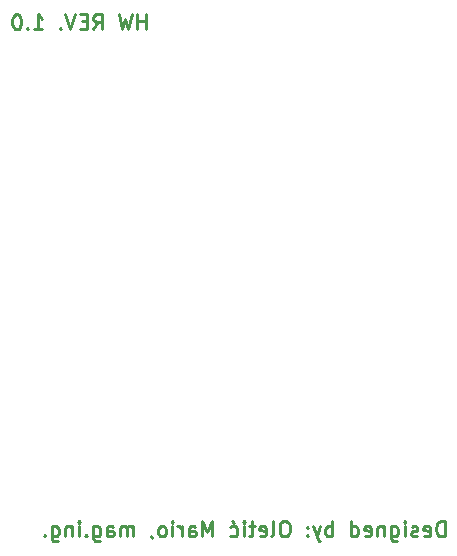
<source format=gbr>
G04 #@! TF.GenerationSoftware,KiCad,Pcbnew,(5.1.2)-2*
G04 #@! TF.CreationDate,2019-10-10T12:38:20+02:00*
G04 #@! TF.ProjectId,PIC18F87K22 MCU Card,50494331-3846-4383-974b-3232204d4355,rev?*
G04 #@! TF.SameCoordinates,Original*
G04 #@! TF.FileFunction,Legend,Bot*
G04 #@! TF.FilePolarity,Positive*
%FSLAX46Y46*%
G04 Gerber Fmt 4.6, Leading zero omitted, Abs format (unit mm)*
G04 Created by KiCad (PCBNEW (5.1.2)-2) date 2019-10-10 12:38:20*
%MOMM*%
%LPD*%
G04 APERTURE LIST*
%ADD10C,0.254000*%
G04 APERTURE END LIST*
D10*
X223181333Y-87188523D02*
X223181333Y-85918523D01*
X222878952Y-85918523D01*
X222697523Y-85979000D01*
X222576571Y-86099952D01*
X222516095Y-86220904D01*
X222455619Y-86462809D01*
X222455619Y-86644238D01*
X222516095Y-86886142D01*
X222576571Y-87007095D01*
X222697523Y-87128047D01*
X222878952Y-87188523D01*
X223181333Y-87188523D01*
X221427523Y-87128047D02*
X221548476Y-87188523D01*
X221790380Y-87188523D01*
X221911333Y-87128047D01*
X221971809Y-87007095D01*
X221971809Y-86523285D01*
X221911333Y-86402333D01*
X221790380Y-86341857D01*
X221548476Y-86341857D01*
X221427523Y-86402333D01*
X221367047Y-86523285D01*
X221367047Y-86644238D01*
X221971809Y-86765190D01*
X220883238Y-87128047D02*
X220762285Y-87188523D01*
X220520380Y-87188523D01*
X220399428Y-87128047D01*
X220338952Y-87007095D01*
X220338952Y-86946619D01*
X220399428Y-86825666D01*
X220520380Y-86765190D01*
X220701809Y-86765190D01*
X220822761Y-86704714D01*
X220883238Y-86583761D01*
X220883238Y-86523285D01*
X220822761Y-86402333D01*
X220701809Y-86341857D01*
X220520380Y-86341857D01*
X220399428Y-86402333D01*
X219794666Y-87188523D02*
X219794666Y-86341857D01*
X219794666Y-85918523D02*
X219855142Y-85979000D01*
X219794666Y-86039476D01*
X219734190Y-85979000D01*
X219794666Y-85918523D01*
X219794666Y-86039476D01*
X218645619Y-86341857D02*
X218645619Y-87369952D01*
X218706095Y-87490904D01*
X218766571Y-87551380D01*
X218887523Y-87611857D01*
X219068952Y-87611857D01*
X219189904Y-87551380D01*
X218645619Y-87128047D02*
X218766571Y-87188523D01*
X219008476Y-87188523D01*
X219129428Y-87128047D01*
X219189904Y-87067571D01*
X219250380Y-86946619D01*
X219250380Y-86583761D01*
X219189904Y-86462809D01*
X219129428Y-86402333D01*
X219008476Y-86341857D01*
X218766571Y-86341857D01*
X218645619Y-86402333D01*
X218040857Y-86341857D02*
X218040857Y-87188523D01*
X218040857Y-86462809D02*
X217980380Y-86402333D01*
X217859428Y-86341857D01*
X217678000Y-86341857D01*
X217557047Y-86402333D01*
X217496571Y-86523285D01*
X217496571Y-87188523D01*
X216408000Y-87128047D02*
X216528952Y-87188523D01*
X216770857Y-87188523D01*
X216891809Y-87128047D01*
X216952285Y-87007095D01*
X216952285Y-86523285D01*
X216891809Y-86402333D01*
X216770857Y-86341857D01*
X216528952Y-86341857D01*
X216408000Y-86402333D01*
X216347523Y-86523285D01*
X216347523Y-86644238D01*
X216952285Y-86765190D01*
X215258952Y-87188523D02*
X215258952Y-85918523D01*
X215258952Y-87128047D02*
X215379904Y-87188523D01*
X215621809Y-87188523D01*
X215742761Y-87128047D01*
X215803238Y-87067571D01*
X215863714Y-86946619D01*
X215863714Y-86583761D01*
X215803238Y-86462809D01*
X215742761Y-86402333D01*
X215621809Y-86341857D01*
X215379904Y-86341857D01*
X215258952Y-86402333D01*
X213686571Y-87188523D02*
X213686571Y-85918523D01*
X213686571Y-86402333D02*
X213565619Y-86341857D01*
X213323714Y-86341857D01*
X213202761Y-86402333D01*
X213142285Y-86462809D01*
X213081809Y-86583761D01*
X213081809Y-86946619D01*
X213142285Y-87067571D01*
X213202761Y-87128047D01*
X213323714Y-87188523D01*
X213565619Y-87188523D01*
X213686571Y-87128047D01*
X212658476Y-86341857D02*
X212356095Y-87188523D01*
X212053714Y-86341857D02*
X212356095Y-87188523D01*
X212477047Y-87490904D01*
X212537523Y-87551380D01*
X212658476Y-87611857D01*
X211569904Y-87067571D02*
X211509428Y-87128047D01*
X211569904Y-87188523D01*
X211630380Y-87128047D01*
X211569904Y-87067571D01*
X211569904Y-87188523D01*
X211569904Y-86402333D02*
X211509428Y-86462809D01*
X211569904Y-86523285D01*
X211630380Y-86462809D01*
X211569904Y-86402333D01*
X211569904Y-86523285D01*
X209755619Y-85918523D02*
X209513714Y-85918523D01*
X209392761Y-85979000D01*
X209271809Y-86099952D01*
X209211333Y-86341857D01*
X209211333Y-86765190D01*
X209271809Y-87007095D01*
X209392761Y-87128047D01*
X209513714Y-87188523D01*
X209755619Y-87188523D01*
X209876571Y-87128047D01*
X209997523Y-87007095D01*
X210058000Y-86765190D01*
X210058000Y-86341857D01*
X209997523Y-86099952D01*
X209876571Y-85979000D01*
X209755619Y-85918523D01*
X208485619Y-87188523D02*
X208606571Y-87128047D01*
X208667047Y-87007095D01*
X208667047Y-85918523D01*
X207518000Y-87128047D02*
X207638952Y-87188523D01*
X207880857Y-87188523D01*
X208001809Y-87128047D01*
X208062285Y-87007095D01*
X208062285Y-86523285D01*
X208001809Y-86402333D01*
X207880857Y-86341857D01*
X207638952Y-86341857D01*
X207518000Y-86402333D01*
X207457523Y-86523285D01*
X207457523Y-86644238D01*
X208062285Y-86765190D01*
X207094666Y-86341857D02*
X206610857Y-86341857D01*
X206913238Y-85918523D02*
X206913238Y-87007095D01*
X206852761Y-87128047D01*
X206731809Y-87188523D01*
X206610857Y-87188523D01*
X206187523Y-87188523D02*
X206187523Y-86341857D01*
X206187523Y-85918523D02*
X206248000Y-85979000D01*
X206187523Y-86039476D01*
X206127047Y-85979000D01*
X206187523Y-85918523D01*
X206187523Y-86039476D01*
X205038476Y-87128047D02*
X205159428Y-87188523D01*
X205401333Y-87188523D01*
X205522285Y-87128047D01*
X205582761Y-87067571D01*
X205643238Y-86946619D01*
X205643238Y-86583761D01*
X205582761Y-86462809D01*
X205522285Y-86402333D01*
X205401333Y-86341857D01*
X205159428Y-86341857D01*
X205038476Y-86402333D01*
X205159428Y-85858047D02*
X205340857Y-86039476D01*
X203526571Y-87188523D02*
X203526571Y-85918523D01*
X203103238Y-86825666D01*
X202679904Y-85918523D01*
X202679904Y-87188523D01*
X201530857Y-87188523D02*
X201530857Y-86523285D01*
X201591333Y-86402333D01*
X201712285Y-86341857D01*
X201954190Y-86341857D01*
X202075142Y-86402333D01*
X201530857Y-87128047D02*
X201651809Y-87188523D01*
X201954190Y-87188523D01*
X202075142Y-87128047D01*
X202135619Y-87007095D01*
X202135619Y-86886142D01*
X202075142Y-86765190D01*
X201954190Y-86704714D01*
X201651809Y-86704714D01*
X201530857Y-86644238D01*
X200926095Y-87188523D02*
X200926095Y-86341857D01*
X200926095Y-86583761D02*
X200865619Y-86462809D01*
X200805142Y-86402333D01*
X200684190Y-86341857D01*
X200563238Y-86341857D01*
X200139904Y-87188523D02*
X200139904Y-86341857D01*
X200139904Y-85918523D02*
X200200380Y-85979000D01*
X200139904Y-86039476D01*
X200079428Y-85979000D01*
X200139904Y-85918523D01*
X200139904Y-86039476D01*
X199353714Y-87188523D02*
X199474666Y-87128047D01*
X199535142Y-87067571D01*
X199595619Y-86946619D01*
X199595619Y-86583761D01*
X199535142Y-86462809D01*
X199474666Y-86402333D01*
X199353714Y-86341857D01*
X199172285Y-86341857D01*
X199051333Y-86402333D01*
X198990857Y-86462809D01*
X198930380Y-86583761D01*
X198930380Y-86946619D01*
X198990857Y-87067571D01*
X199051333Y-87128047D01*
X199172285Y-87188523D01*
X199353714Y-87188523D01*
X198325619Y-87128047D02*
X198325619Y-87188523D01*
X198386095Y-87309476D01*
X198446571Y-87369952D01*
X196813714Y-87188523D02*
X196813714Y-86341857D01*
X196813714Y-86462809D02*
X196753238Y-86402333D01*
X196632285Y-86341857D01*
X196450857Y-86341857D01*
X196329904Y-86402333D01*
X196269428Y-86523285D01*
X196269428Y-87188523D01*
X196269428Y-86523285D02*
X196208952Y-86402333D01*
X196088000Y-86341857D01*
X195906571Y-86341857D01*
X195785619Y-86402333D01*
X195725142Y-86523285D01*
X195725142Y-87188523D01*
X194576095Y-87188523D02*
X194576095Y-86523285D01*
X194636571Y-86402333D01*
X194757523Y-86341857D01*
X194999428Y-86341857D01*
X195120380Y-86402333D01*
X194576095Y-87128047D02*
X194697047Y-87188523D01*
X194999428Y-87188523D01*
X195120380Y-87128047D01*
X195180857Y-87007095D01*
X195180857Y-86886142D01*
X195120380Y-86765190D01*
X194999428Y-86704714D01*
X194697047Y-86704714D01*
X194576095Y-86644238D01*
X193427047Y-86341857D02*
X193427047Y-87369952D01*
X193487523Y-87490904D01*
X193548000Y-87551380D01*
X193668952Y-87611857D01*
X193850380Y-87611857D01*
X193971333Y-87551380D01*
X193427047Y-87128047D02*
X193548000Y-87188523D01*
X193789904Y-87188523D01*
X193910857Y-87128047D01*
X193971333Y-87067571D01*
X194031809Y-86946619D01*
X194031809Y-86583761D01*
X193971333Y-86462809D01*
X193910857Y-86402333D01*
X193789904Y-86341857D01*
X193548000Y-86341857D01*
X193427047Y-86402333D01*
X192822285Y-87067571D02*
X192761809Y-87128047D01*
X192822285Y-87188523D01*
X192882761Y-87128047D01*
X192822285Y-87067571D01*
X192822285Y-87188523D01*
X192217523Y-87188523D02*
X192217523Y-86341857D01*
X192217523Y-85918523D02*
X192278000Y-85979000D01*
X192217523Y-86039476D01*
X192157047Y-85979000D01*
X192217523Y-85918523D01*
X192217523Y-86039476D01*
X191612761Y-86341857D02*
X191612761Y-87188523D01*
X191612761Y-86462809D02*
X191552285Y-86402333D01*
X191431333Y-86341857D01*
X191249904Y-86341857D01*
X191128952Y-86402333D01*
X191068476Y-86523285D01*
X191068476Y-87188523D01*
X189919428Y-86341857D02*
X189919428Y-87369952D01*
X189979904Y-87490904D01*
X190040380Y-87551380D01*
X190161333Y-87611857D01*
X190342761Y-87611857D01*
X190463714Y-87551380D01*
X189919428Y-87128047D02*
X190040380Y-87188523D01*
X190282285Y-87188523D01*
X190403238Y-87128047D01*
X190463714Y-87067571D01*
X190524190Y-86946619D01*
X190524190Y-86583761D01*
X190463714Y-86462809D01*
X190403238Y-86402333D01*
X190282285Y-86341857D01*
X190040380Y-86341857D01*
X189919428Y-86402333D01*
X189314666Y-87067571D02*
X189254190Y-87128047D01*
X189314666Y-87188523D01*
X189375142Y-87128047D01*
X189314666Y-87067571D01*
X189314666Y-87188523D01*
X197902285Y-44262523D02*
X197902285Y-42992523D01*
X197902285Y-43597285D02*
X197176571Y-43597285D01*
X197176571Y-44262523D02*
X197176571Y-42992523D01*
X196692761Y-42992523D02*
X196390380Y-44262523D01*
X196148476Y-43355380D01*
X195906571Y-44262523D01*
X195604190Y-42992523D01*
X193427047Y-44262523D02*
X193850380Y-43657761D01*
X194152761Y-44262523D02*
X194152761Y-42992523D01*
X193668952Y-42992523D01*
X193548000Y-43053000D01*
X193487523Y-43113476D01*
X193427047Y-43234428D01*
X193427047Y-43415857D01*
X193487523Y-43536809D01*
X193548000Y-43597285D01*
X193668952Y-43657761D01*
X194152761Y-43657761D01*
X192882761Y-43597285D02*
X192459428Y-43597285D01*
X192278000Y-44262523D02*
X192882761Y-44262523D01*
X192882761Y-42992523D01*
X192278000Y-42992523D01*
X191915142Y-42992523D02*
X191491809Y-44262523D01*
X191068476Y-42992523D01*
X190645142Y-44141571D02*
X190584666Y-44202047D01*
X190645142Y-44262523D01*
X190705619Y-44202047D01*
X190645142Y-44141571D01*
X190645142Y-44262523D01*
X188407523Y-44262523D02*
X189133238Y-44262523D01*
X188770380Y-44262523D02*
X188770380Y-42992523D01*
X188891333Y-43173952D01*
X189012285Y-43294904D01*
X189133238Y-43355380D01*
X187863238Y-44141571D02*
X187802761Y-44202047D01*
X187863238Y-44262523D01*
X187923714Y-44202047D01*
X187863238Y-44141571D01*
X187863238Y-44262523D01*
X187016571Y-42992523D02*
X186895619Y-42992523D01*
X186774666Y-43053000D01*
X186714190Y-43113476D01*
X186653714Y-43234428D01*
X186593238Y-43476333D01*
X186593238Y-43778714D01*
X186653714Y-44020619D01*
X186714190Y-44141571D01*
X186774666Y-44202047D01*
X186895619Y-44262523D01*
X187016571Y-44262523D01*
X187137523Y-44202047D01*
X187198000Y-44141571D01*
X187258476Y-44020619D01*
X187318952Y-43778714D01*
X187318952Y-43476333D01*
X187258476Y-43234428D01*
X187198000Y-43113476D01*
X187137523Y-43053000D01*
X187016571Y-42992523D01*
M02*

</source>
